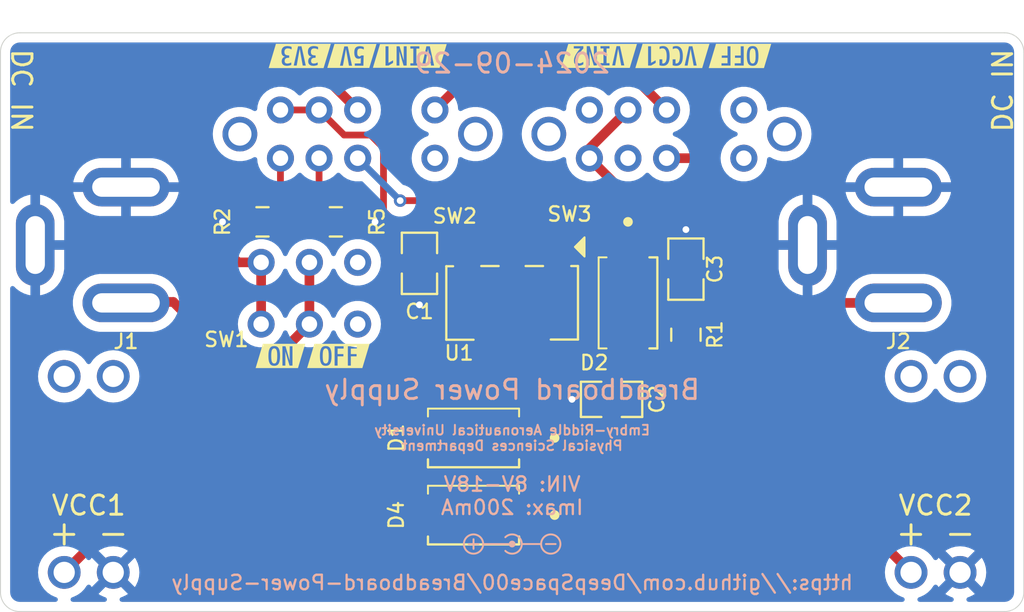
<source format=kicad_pcb>
(kicad_pcb (version 20240108) (generator "pcbnew") (generator_version "8.0")
  (title_block (title "Breadboard Power Supply") (date "2024-09-29") (comment 2 "PROTOTYPE") (comment 3 "2024"))
  (layers (0 "F.Cu" signal) (31 "B.Cu" signal) (34 "B.Paste" user) (35 "F.Paste" user) (36 "B.SilkS" user "B.Silkscreen") (37 "F.SilkS" user "F.Silkscreen") (38 "B.Mask" user) (39 "F.Mask" user) (44 "Edge.Cuts" user))
  (net 0 "")
  (net 1 "Net-(U1-IN)")
  (net 2 "GND")
  (net 3 "Net-(C2-Pad1)")
  (net 4 "/ADJ")
  (net 5 "VCC1")
  (net 6 "Net-(J2-Pad1)")
  (net 11 "VCC2")
  (net 12 "Net-(R2-Pad1)")
  (net 13 "/VIN1")
  (net 17 "Net-(J1-Pad1)")
  (net 21 "Net-(R5-Pad1)")
  (footprint "kibuzzard-66F9DAF8" (layer "F.Cu") (at 117.5 106.75)
    (property "Reference" "kibuzzard-66F9DAF8" (hide yes))
    (property "Value" "G***" (hide yes))
    (fp_poly (pts (xy -0.536301 -0.310274) (xy -0.584589 -0.373459) (xy -0.655479 -0.394521) (xy -0.72637 -0.373459) (xy -0.774658 -0.310274) (xy -0.795205 -0.238356) (xy -0.807534 -0.134932) (xy -0.811644 0) (xy -0.807534 0.134932) (xy -0.795205 0.238356) (xy -0.774658 0.310274) (xy -0.72637 0.373459) (xy -0.655479 0.394521) (xy -0.584589 0.373459) (xy -0.536301 0.310274) (xy -0.515753 0.238356) (xy -0.503425 0.134932) (xy -0.499315 0) (xy -0.503425 -0.134932) (xy -0.515753 -0.238356) (xy -0.536301 -0.310274)) (fill solid) (layer "F.SilkS"))
    (fp_poly (pts (xy -0.956849 -0.627854) (xy -1.242237 -0.627854) (xy -1.61895 0.627854) (xy -1.242237 0.627854) (xy -0.956849 0.627854) (xy -0.655479 0.627854) (xy -0.655479 0.513699) (xy -0.750685 0.502055) (xy -0.825342 0.467123) (xy -0.882021 0.403767) (xy -0.923288 0.306849) (xy -0.941933 0.222222) (xy -0.95312 0.119939) (xy -0.956849 0) (xy -0.95312 -0.119939) (xy -0.941933 -0.222222) (xy -0.923288 -0.306849) (xy -0.882021 -0.403767) (xy -0.825342 -0.467123) (xy -0.750685 -0.502055) (xy -0.655479 -0.513699) (xy -0.560274 -0.502055) (xy -0.485616 -0.467123) (xy -0.428938 -0.403767) (xy -0.387671 -0.306849) (xy -0.369026 -0.222222) (xy -0.357839 -0.119939) (xy -0.35411 0) (xy -0.357839 0.119939) (xy -0.369026 0.222222) (xy -0.387671 0.306849) (xy -0.428938 0.403767) (xy -0.485616 0.467123) (xy -0.560274 0.502055) (xy -0.655479 0.513699) (xy -0.655479 0.627854) (xy -0.040411 0.627854) (xy -0.040411 0.5) (xy -0.193836 0.5) (xy -0.193836 -0.5) (xy 0.271918 -0.5) (xy 0.271918 -0.380822) (xy -0.040411 -0.380822) (xy -0.040411 -0.09589) (xy 0.258219 -0.09589) (xy 0.258219 0.020548) (xy -0.040411 0.020548) (xy -0.040411 0.5) (xy -0.040411 0.627854) (xy 0.644521 0.627854) (xy 0.644521 0.5) (xy 0.491096 0.5) (xy 0.491096 -0.5) (xy 0.956849 -0.5) (xy 0.956849 -0.380822) (xy 0.644521 -0.380822) (xy 0.644521 -0.09589) (xy 0.943151 -0.09589) (xy 0.943151 0.020548) (xy 0.644521 0.020548) (xy 0.644521 0.5) (xy 0.644521 0.627854) (xy 0.956849 0.627854) (xy 1.242237 0.627854) (xy 1.61895 -0.627854) (xy 1.242237 -0.627854) (xy 0.956849 -0.627854) (xy -0.956849 -0.627854)) (fill solid) (layer "F.SilkS"))
  )
  (footprint "lib_fp:SMA" (layer "F.Cu") (at 132.5 104 -90)
    (property "Reference" "D2" (at 3.1 1.75 180) (layer "F.SilkS") (effects (font (size 0.75 0.75) (thickness 0.12))))
    (property "Value" "ES1B-13-F" (hide yes))
    (fp_line (start -2.36 1.52) (end -2.36 1.11) (stroke (width 0.1)) (layer "F.SilkS"))
    (fp_line (start 2.36 1.52) (end -2.36 1.52) (stroke (width 0.1)) (layer "F.SilkS"))
    (fp_line (start 2.36 1.11) (end 2.36 1.52) (stroke (width 0.1)) (layer "F.SilkS"))
    (fp_line (start -2.36 -1.52) (end -2.36 -1.11) (stroke (width 0.12)) (layer "F.SilkS"))
    (fp_line (start -2.36 -1.52) (end 2.36 -1.52) (stroke (width 0.12)) (layer "F.SilkS"))
    (fp_line (start 2.36 -1.52) (end 2.36 -1.11) (stroke (width 0.12)) (layer "F.SilkS"))
    (fp_circle (center -4.2 0) (end -4 0) (stroke (width 0.1)) (fill solid) (layer "F.SilkS"))
    (pad "1" smd rect (at -2 0 270) (size 2.5 1.7) (layers "F.Cu" "F.Paste" "F.Mask") (net 4 "/ADJ"))
    (pad "2" smd rect (at 2 0 270) (size 2.5 1.7) (layers "F.Cu" "F.Paste" "F.Mask") (net 3 "Net-(C2-Pad1)"))
  )
  (footprint "lib_fp:EG-1271" (layer "F.Cu") (at 116 103.5)
    (property "Reference" "SW1" (at -4.3 2.4 0) (layer "F.SilkS") (effects (font (size 0.75 0.75) (thickness 0.12))))
    (property "Value" "EG1271")
    (pad "1" thru_hole circle (at -2.5 -1.6) (size 1.4 1.4) (drill 0.8) (layers "*.Cu" "*.Mask") (net 13 "/VIN1"))
    (pad "2" thru_hole circle (at 0 -1.6) (size 1.4 1.4) (drill 0.8) (layers "*.Cu" "*.Mask") (net 17 "Net-(J1-Pad1)"))
    (pad "3" thru_hole circle (at 2.5 -1.6) (size 1.4 1.4) (drill 0.8) (layers "*.Cu" "*.Mask"))
    (pad "4" thru_hole circle (at -2.5 1.6) (size 1.4 1.4) (drill 0.8) (layers "*.Cu" "*.Mask") (net 13 "/VIN1"))
    (pad "5" thru_hole circle (at 0 1.6) (size 1.4 1.4) (drill 0.8) (layers "*.Cu" "*.Mask") (net 17 "Net-(J1-Pad1)"))
    (pad "6" thru_hole circle (at 2.5 1.6) (size 1.4 1.4) (drill 0.8) (layers "*.Cu" "*.Mask"))
  )
  (footprint "lib_fp:CAPC200X125X88L50N" (layer "F.Cu") (at 121.7 101.95 -90)
    (property "Reference" "C1" (at 2.5 0 0) (layer "F.SilkS") (effects (font (size 0.75 0.75) (thickness 0.12))))
    (property "Value" "100nF")
    (fp_line (start -1.588 0.913) (end -1.588 -0.913) (stroke (width 0.12)) (layer "F.SilkS"))
    (fp_line (start -0.529 0.913) (end -1.588 0.913) (stroke (width 0.12)) (layer "F.SilkS"))
    (fp_line (start 0.529 0.913) (end 1.588 0.913) (stroke (width 0.12)) (layer "F.SilkS"))
    (fp_line (start 1.588 0.913) (end 1.588 -0.913) (stroke (width 0.12)) (layer "F.SilkS"))
    (fp_line (start -1.588 -0.913) (end -0.529 -0.913) (stroke (width 0.12)) (layer "F.SilkS"))
    (fp_line (start 1.588 -0.913) (end 0.529 -0.913) (stroke (width 0.12)) (layer "F.SilkS"))
    (pad "1" smd rect (at -0.85 0 270) (size 1.115 1.465) (layers "F.Cu" "F.Paste" "F.Mask") (net 1 "Net-(U1-IN)"))
    (pad "2" smd rect (at 0.85 0 270) (size 1.115 1.465) (layers "F.Cu" "F.Paste" "F.Mask") (net 2 "GND"))
  )
  (footprint "lib_fp:SMA" (layer "F.Cu") (at 124.5 111 180)
    (property "Reference" "D1" (at 4 0 90) (layer "F.SilkS") (effects (font (size 0.75 0.75) (thickness 0.12))))
    (property "Value" "ES1B-13-F" (hide yes))
    (fp_line (start 2.36 1.52) (end -2.36 1.52) (stroke (width 0.1)) (layer "F.SilkS"))
    (fp_line (start 2.36 1.11) (end 2.36 1.52) (stroke (width 0.1)) (layer "F.SilkS"))
    (fp_line (start 2.36 -1.52) (end 2.36 -1.11) (stroke (width 0.12)) (layer "F.SilkS"))
    (fp_line (start -2.36 1.52) (end -2.36 1.11) (stroke (width 0.1)) (layer "F.SilkS"))
    (fp_line (start -2.36 -1.52) (end 2.36 -1.52) (stroke (width 0.12)) (layer "F.SilkS"))
    (fp_line (start -2.36 -1.52) (end -2.36 -1.11) (stroke (width 0.12)) (layer "F.SilkS"))
    (fp_circle (center -4.2 0) (end -4 0) (stroke (width 0.1)) (fill solid) (layer "F.SilkS"))
    (pad "1" smd rect (at -2 0 180) (size 2.5 1.7) (layers "F.Cu" "F.Paste" "F.Mask") (net 3 "Net-(C2-Pad1)"))
    (pad "2" smd rect (at 2 0 180) (size 2.5 1.7) (layers "F.Cu" "F.Paste" "F.Mask") (net 1 "Net-(U1-IN)"))
  )
  (footprint "lib_fp:EG-2315" (layer "F.Cu") (at 134.5 95.25 180)
    (property "Reference" "SW3" (at 6.25 -4.15 0) (layer "F.SilkS") (effects (font (size 0.75 0.75) (thickness 0.12)) (justify left)))
    (property "Value" "EG2315")
    (pad "" thru_hole circle (at -6.1 0 180) (size 1.8 1.8) (drill 1.2) (layers "*.Cu" "*.Mask"))
    (pad "" thru_hole circle (at 6.1 0 180) (size 1.8 1.8) (drill 1.2) (layers "*.Cu" "*.Mask"))
    (pad "1" thru_hole circle (at -4 1.25 180) (size 1.4 1.4) (drill 0.8) (layers "*.Cu" "*.Mask"))
    (pad "2" thru_hole circle (at 0 1.25 180) (size 1.4 1.4) (drill 0.8) (layers "*.Cu" "*.Mask") (net 5 "VCC1"))
    (pad "3" thru_hole circle (at 2 1.25 180) (size 1.4 1.4) (drill 0.8) (layers "*.Cu" "*.Mask") (net 11 "VCC2"))
    (pad "4" thru_hole circle (at 4 1.25 180) (size 1.4 1.4) (drill 0.8) (layers "*.Cu" "*.Mask"))
    (pad "5" thru_hole circle (at -4 -1.25 180) (size 1.4 1.4) (drill 0.8) (layers "*.Cu" "*.Mask"))
    (pad "6" thru_hole circle (at 0 -1.25 180) (size 1.4 1.4) (drill 0.8) (layers "*.Cu" "*.Mask") (net 6 "Net-(J2-Pad1)"))
    (pad "7" thru_hole circle (at 2 -1.25 180) (size 1.4 1.4) (drill 0.8) (layers "*.Cu" "*.Mask"))
    (pad "8" thru_hole circle (at 4 -1.25 180) (size 1.4 1.4) (drill 0.8) (layers "*.Cu" "*.Mask") (net 11 "VCC2"))
  )
  (footprint "lib_fp:RESC200X125X60L35_35N" (layer "F.Cu") (at 113.57 99.8 180)
    (property "Reference" "R2" (at 2.07 0 90) (layer "F.SilkS") (effects (font (size 0.75 0.75) (thickness 0.12))))
    (property "Value" "787R")
    (fp_line (start -0.315 0.76) (end 0.315 0.76) (stroke (width 0.12)) (layer "F.SilkS"))
    (fp_line (start -0.315 -0.76) (end 0.315 -0.76) (stroke (width 0.12)) (layer "F.SilkS"))
    (pad "1" smd rect (at -0.93 0 180) (size 0.87 1.42) (layers "F.Cu" "F.Paste" "F.Mask") (net 12 "Net-(R2-Pad1)"))
    (pad "2" smd rect (at 0.93 0 180) (size 0.87 1.42) (layers "F.Cu" "F.Paste" "F.Mask") (net 2 "GND"))
  )
  (footprint "lib_fp:kibuzzard-66F9CB51" (layer "F.Cu") (at 131 91.2 180)
    (property "Reference" "kibuzzard-66F9CB51" (hide yes))
    (property "Value" "G***" (hide yes))
    (fp_poly (pts (xy -1.306849 -0.621005) (xy -1.592237 -0.621005) (xy -1.96484 0.621005) (xy -1.592237 0.621005) (xy -1.306849 0.621005) (xy -0.906849 0.621005) (xy -0.906849 0.506849) (xy -1.084932 0.506849) (xy -1.306849 -0.493151) (xy -1.149315 -0.493151) (xy -0.993151 0.369863) (xy -0.991781 0.369863) (xy -0.835616 -0.493151) (xy -0.683562 -0.493151) (xy -0.906849 0.506849) (xy -0.906849 0.621005) (xy -0.076712 0.621005) (xy -0.076712 0.506849) (xy -0.542466 0.506849) (xy -0.542466 0.387671) (xy -0.389041 0.387671) (xy -0.389041 -0.373973) (xy -0.542466 -0.373973) (xy -0.542466 -0.493151) (xy -0.076712 -0.493151) (xy -0.076712 -0.373973) (xy -0.230137 -0.373973) (xy -0.230137 0.387671) (xy -0.076712 0.387671) (xy -0.076712 0.506849) (xy -0.076712 0.621005) (xy 0.115068 0.621005) (xy 0.115068 0.506849) (xy 0.115068 -0.493151) (xy 0.273973 -0.493151) (xy 0.487671 0.232877) (xy 0.491781 0.232877) (xy 0.491781 -0.493151) (xy 0.635616 -0.493151) (xy 0.635616 0.506849) (xy 0.482192 0.506849) (xy 0.268493 -0.219178) (xy 0.265753 -0.219178) (xy 0.265753 0.506849) (xy 0.115068 0.506849) (xy 0.115068 0.621005) (xy 1.306849 0.621005) (xy 1.306849 0.506849) (xy 0.813699 0.506849) (xy 0.813699 0.387671) (xy 0.901649 0.285435) (xy 0.976069 0.187727) (xy 1.036958 0.094549) (xy 1.084316 0.005899) (xy 1.118144 -0.078222) (xy 1.13844 -0.157814) (xy 1.145205 -0.232877) (xy 1.137842 -0.30274) (xy 1.115753 -0.350685) (xy 1.026027 -0.387671) (xy 0.961644 -0.378691) (xy 0.890868 -0.35175) (xy 0.813699 -0.306849) (xy 0.813699 -0.435616) (xy 0.889498 -0.47519) (xy 0.970776 -0.498935) (xy 1.057534 -0.506849) (xy 1.161473 -0.489897) (xy 1.237671 -0.439041) (xy 1.284418 -0.355308) (xy 1.3 -0.239726) (xy 1.2914 -0.152968) (xy 1.265601 -0.060731) (xy 1.222603 0.036986) (xy 1.177954 0.11524) (xy 1.121404 0.199315) (xy 1.052954 0.289212) (xy 0.972603 0.384932) (xy 0.972603 0.387671) (xy 1.306849 0.387671) (xy 1.306849 0.506849) (xy 1.306849 0.621005) (xy 1.592237 0.621005) (xy 1.96484 -0.621005) (xy 1.592237 -0.621005) (xy 1.306849 -0.621005) (xy -1.306849 -0.621005)) (fill solid) (layer "F.SilkS"))
  )
  (footprint "lib_fp:kibuzzard-66F9CB19" (layer "F.Cu") (at 121.2 91.2 180)
    (property "Reference" "kibuzzard-66F9CB19" (hide yes))
    (property "Value" "G***" (hide yes))
    (fp_poly (pts (xy -1.258219 -0.614155) (xy -1.543607 -0.614155) (xy -1.9121 0.614155) (xy -1.543607 0.614155) (xy -1.258219 0.614155) (xy -0.858219 0.614155) (xy -0.858219 0.5) (xy -1.036301 0.5) (xy -1.258219 -0.5) (xy -1.100685 -0.5) (xy -0.944521 0.363014) (xy -0.943151 0.363014) (xy -0.786986 -0.5) (xy -0.634932 -0.5) (xy -0.858219 0.5) (xy -0.858219 0.614155) (xy -0.028082 0.614155) (xy -0.028082 0.5) (xy -0.493836 0.5) (xy -0.493836 0.380822) (xy -0.340411 0.380822) (xy -0.340411 -0.380822) (xy -0.493836 -0.380822) (xy -0.493836 -0.5) (xy -0.028082 -0.5) (xy -0.028082 -0.380822) (xy -0.181507 -0.380822) (xy -0.181507 0.380822) (xy -0.028082 0.380822) (xy -0.028082 0.5) (xy -0.028082 0.614155) (xy 0.163699 0.614155) (xy 0.163699 0.5) (xy 0.163699 -0.5) (xy 0.322603 -0.5) (xy 0.536301 0.226027) (xy 0.540411 0.226027) (xy 0.540411 -0.5) (xy 0.684247 -0.5) (xy 0.684247 0.5) (xy 0.530822 0.5) (xy 0.317123 -0.226027) (xy 0.314384 -0.226027) (xy 0.314384 0.5) (xy 0.163699 0.5) (xy 0.163699 0.614155) (xy 1.104795 0.614155) (xy 1.104795 0.5) (xy 1.104795 -0.356164) (xy 1.102055 -0.357534) (xy 0.866438 -0.226027) (xy 0.866438 -0.360274) (xy 1.106164 -0.5) (xy 1.258219 -0.5) (xy 1.258219 0.5) (xy 1.104795 0.5) (xy 1.104795 0.614155) (xy 1.258219 0.614155) (xy 1.543607 0.614155) (xy 1.9121 -0.614155) (xy 1.543607 -0.614155) (xy 1.258219 -0.614155) (xy -1.258219 -0.614155)) (fill solid) (layer "F.SilkS"))
  )
  (footprint "lib_fp:CAPC200X125X88L50N" (layer "F.Cu") (at 135.5 102.25 90)
    (property "Reference" "C3" (at 0 1.5 90) (layer "F.SilkS") (effects (font (size 0.75 0.75) (thickness 0.12))))
    (property "Value" "10uF")
    (fp_line (start 1.588 -0.913) (end 0.529 -0.913) (stroke (width 0.12)) (layer "F.SilkS"))
    (fp_line (start -1.588 -0.913) (end -0.529 -0.913) (stroke (width 0.12)) (layer "F.SilkS"))
    (fp_line (start 1.588 0.913) (end 1.588 -0.913) (stroke (width 0.12)) (layer "F.SilkS"))
    (fp_line (start 0.529 0.913) (end 1.588 0.913) (stroke (width 0.12)) (layer "F.SilkS"))
    (fp_line (start -0.529 0.913) (end -1.588 0.913) (stroke (width 0.12)) (layer "F.SilkS"))
    (fp_line (start -1.588 0.913) (end -1.588 -0.913) (stroke (width 0.12)) (layer "F.SilkS"))
    (pad "1" smd rect (at -0.85 0 90) (size 1.115 1.465) (layers "F.Cu" "F.Paste" "F.Mask") (net 4 "/ADJ"))
    (pad "2" smd rect (at 0.85 0 90) (size 1.115 1.465) (layers "F.Cu" "F.Paste" "F.Mask") (net 2 "GND"))
  )
  (footprint "kibuzzard-66F9DAEC" (layer "F.Cu") (at 114.5 106.75)
    (property "Reference" "kibuzzard-66F9DAEC" (hide yes))
    (property "Value" "G***" (hide yes))
    (fp_poly (pts (xy -0.20274 -0.310274) (xy -0.251027 -0.373459) (xy -0.321918 -0.394521) (xy -0.392808 -0.373459) (xy -0.441096 -0.310274) (xy -0.461644 -0.238356) (xy -0.473973 -0.134932) (xy -0.478082 0) (xy -0.473973 0.134932) (xy -0.461644 0.238356) (xy -0.441096 0.310274) (xy -0.392808 0.373459) (xy -0.321918 0.394521) (xy -0.251027 0.373459) (xy -0.20274 0.310274) (xy -0.182192 0.238356) (xy -0.169863 0.134932) (xy -0.165753 0) (xy -0.169863 -0.134932) (xy -0.182192 -0.238356) (xy -0.20274 -0.310274)) (fill solid) (layer "F.SilkS"))
    (fp_poly (pts (xy -0.623288 -0.627854) (xy -0.908676 -0.627854) (xy -1.285388 0.627854) (xy -0.908676 0.627854) (xy -0.623288 0.627854) (xy -0.321918 0.627854) (xy -0.321918 0.513699) (xy -0.417123 0.502055) (xy -0.491781 0.467123) (xy -0.548459 0.403767) (xy -0.589726 0.306849) (xy -0.608371 0.222222) (xy -0.619559 0.119939) (xy -0.623288 0) (xy -0.619559 -0.119939) (xy -0.608371 -0.222222) (xy -0.589726 -0.306849) (xy -0.548459 -0.403767) (xy -0.491781 -0.467123) (xy -0.417123 -0.502055) (xy -0.321918 -0.513699) (xy -0.226712 -0.502055) (xy -0.152055 -0.467123) (xy -0.095377 -0.403767) (xy -0.05411 -0.306849) (xy -0.035464 -0.222222) (xy -0.024277 -0.119939) (xy -0.020548 0) (xy -0.024277 0.119939) (xy -0.035464 0.222222) (xy -0.05411 0.306849) (xy -0.095377 0.403767) (xy -0.152055 0.467123) (xy -0.226712 0.502055) (xy -0.321918 0.513699) (xy -0.321918 0.627854) (xy 0.10274 0.627854) (xy 0.10274 0.5) (xy 0.10274 -0.5) (xy 0.261644 -0.5) (xy 0.475342 0.226027) (xy 0.479452 0.226027) (xy 0.479452 -0.5) (xy 0.623288 -0.5) (xy 0.623288 0.5) (xy 0.469863 0.5) (xy 0.256164 -0.226027) (xy 0.253425 -0.226027) (xy 0.253425 0.5) (xy 0.10274 0.5) (xy 0.10274 0.627854) (xy 0.623288 0.627854) (xy 0.908676 0.627854) (xy 1.285388 -0.627854) (xy 0.908676 -0.627854) (xy 0.623288 -0.627854) (xy -0.623288 -0.627854)) (fill solid) (layer "F.SilkS"))
  )
  (footprint "lib_fp:RESC200X125X60L35_35N" (layer "F.Cu") (at 135.5 105.65 90)
    (property "Reference" "R1" (at 0 1.5 -90) (layer "F.SilkS") (effects (font (size 0.75 0.75) (thickness 0.12))))
    (property "Value" "240R")
    (fp_line (start -0.315 -0.76) (end 0.315 -0.76) (stroke (width 0.12)) (layer "F.SilkS"))
    (fp_line (start -0.315 0.76) (end 0.315 0.76) (stroke (width 0.12)) (layer "F.SilkS"))
    (pad "1" smd rect (at -0.93 0 90) (size 0.87 1.42) (layers "F.Cu" "F.Paste" "F.Mask") (net 3 "Net-(C2-Pad1)"))
    (pad "2" smd rect (at 0.93 0 90) (size 0.87 1.42) (layers "F.Cu" "F.Paste" "F.Mask") (net 4 "/ADJ"))
  )
  (footprint "lib_fp:PJ-002A" (layer "F.Cu") (at 106.5 101 -90)
    (property "Reference" "J1" (at 5 0 0) (layer "F.SilkS") (effects (font (size 0.75 0.75) (thickness 0.12))))
    (property "Value" "PJ-002A")
    (pad "1" thru_hole oval (at 3 0 270) (size 2 4.5) (drill oval 1 3.5) (layers "*.Cu" "*.Mask") (net 17 "Net-(J1-Pad1)"))
    (pad "2" thru_hole oval (at -3 0 270) (size 2 4.5) (drill oval 1 3.5) (layers "*.Cu" "*.Mask") (net 2 "GND"))
    (pad "3" thru_hole oval (at 0 4.7) (size 2 4.25) (drill oval 1 3) (layers "*.Cu" "*.Mask") (net 2 "GND"))
  )
  (footprint "lib_fp:EG-2315" (layer "F.Cu") (at 118.5 95.25 180)
    (property "Reference" "SW2" (at -6.25 -4.25 0) (layer "F.SilkS") (effects (font (size 0.75 0.75) (thickness 0.12)) (justify right)))
    (property "Value" "EG2315")
    (pad "" thru_hole circle (at -6.1 0 180) (size 1.8 1.8) (drill 1.2) (layers "*.Cu" "*.Mask"))
    (pad "" thru_hole circle (at 6.1 0 180) (size 1.8 1.8) (drill 1.2) (layers "*.Cu" "*.Mask"))
    (pad "1" thru_hole circle (at -4 1.25 180) (size 1.4 1.4) (drill 0.8) (layers "*.Cu" "*.Mask") (net 5 "VCC1"))
    (pad "2" thru_hole circle (at 0 1.25 180) (size 1.4 1.4) (drill 0.8) (layers "*.Cu" "*.Mask") (net 13 "/VIN1"))
    (pad "3" thru_hole circle (at 2 1.25 180) (size 1.4 1.4) (drill 0.8) (layers "*.Cu" "*.Mask") (net 1 "Net-(U1-IN)"))
    (pad "4" thru_hole circle (at 4 1.25 180) (size 1.4 1.4) (drill 0.8) (layers "*.Cu" "*.Mask") (net 1 "Net-(U1-IN)"))
    (pad "5" thru_hole circle (at -4 -1.25 180) (size 1.4 1.4) (drill 0.8) (layers "*.Cu" "*.Mask"))
    (pad "6" thru_hole circle (at 0 -1.25 180) (size 1.4 1.4) (drill 0.8) (layers "*.Cu" "*.Mask") (net 4 "/ADJ"))
    (pad "7" thru_hole circle (at 2 -1.25 180) (size 1.4 1.4) (drill 0.8) (layers "*.Cu" "*.Mask") (net 21 "Net-(R5-Pad1)"))
    (pad "8" thru_hole circle (at 4 -1.25 180) (size 1.4 1.4) (drill 0.8) (layers "*.Cu" "*.Mask") (net 12 "Net-(R2-Pad1)"))
  )
  (footprint "lib_fp:SOT223-4" (layer "F.Cu") (at 126.5 104 180)
    (property "Reference" "U1" (at 2.75 -2.6 0) (layer "F.SilkS") (effects (font (size 0.75 0.75) (thickness 0.12))))
    (property "Value" "LM317M" (hide yes))
    (fp_line (start 3.41 1.9) (end 3.06 1.9) (stroke (width 0.12)) (layer "F.SilkS"))
    (fp_line (start 3.41 -1.91) (end 3.41 1.9) (stroke (width 0.12)) (layer "F.SilkS"))
    (fp_line (start 2 -1.91) (end 3.41 -1.91) (stroke (width 0.12)) (layer "F.SilkS"))
    (fp_line (start 0.7 1.91) (end 1.6 1.91) (stroke (width 0.12)) (layer "F.SilkS"))
    (fp_line (start -1.6 1.91) (end -0.7 1.91) (stroke (width 0.12)) (layer "F.SilkS"))
    (fp_line (start -3.41 1.91) (end -3.06 1.91) (stroke (width 0.12)) (layer "F.SilkS"))
    (fp_line (start -3.41 -1.9) (end -2 -1.9) (stroke (width 0.12)) (layer "F.SilkS"))
    (fp_line (start -3.41 -1.9) (end -3.41 1.91) (stroke (width 0.12)) (layer "F.SilkS"))
    (fp_poly (pts (xy -3.75 2.4) (xy -3.75 3.4) (xy -3.25 2.9)) (stroke (width 0.1)) (fill solid) (layer "F.SilkS"))
    (pad "1" smd rect (at -2.3 2.9 180) (size 0.95 2.15) (layers "F.Cu" "F.Paste" "F.Mask") (net 4 "/ADJ"))
    (pad "2" smd rect (at 0 2.9 180) (size 0.95 2.15) (layers "F.Cu" "F.Paste" "F.Mask") (net 3 "Net-(C2-Pad1)"))
    (pad "3" smd rect (at 2.3 2.9 180) (size 0.95 2.15) (layers "F.Cu" "F.Paste" "F.Mask") (net 1 "Net-(U1-IN)"))
    (pad "4" smd rect (at 0 -2.9 180) (size 3.25 2.15) (layers "F.Cu" "F.Paste" "F.Mask") (net 3 "Net-(C2-Pad1)"))
  )
  (footprint "lib_fp:RESC200X125X60L35_35N" (layer "F.Cu") (at 117.37 99.8)
    (property "Reference" "R5" (at 2.13 0 90) (layer "F.SilkS") (effects (font (size 0.75 0.75) (thickness 0.12))))
    (property "Value" "464R")
    (fp_line (start -0.315 -0.76) (end 0.315 -0.76) (stroke (width 0.12)) (layer "F.SilkS"))
    (fp_line (start -0.315 0.76) (end 0.315 0.76) (stroke (width 0.12)) (layer "F.SilkS"))
    (pad "1" smd rect (at -0.93 0) (size 0.87 1.42) (layers "F.Cu" "F.Paste" "F.Mask") (net 21 "Net-(R5-Pad1)"))
    (pad "2" smd rect (at 0.93 0) (size 0.87 1.42) (layers "F.Cu" "F.Paste" "F.Mask") (net 2 "GND"))
  )
  (footprint "lib_fp:kibuzzard-66F9CBA3" (layer "F.Cu") (at 134.8 91.2 180)
    (property "Reference" "kibuzzard-66F9CBA3" (hide yes))
    (property "Value" "G***" (hide yes))
    (fp_poly (pts (xy -1.258219 -0.627854) (xy -1.543607 -0.627854) (xy -1.92032 0.627854) (xy -1.543607 0.627854) (xy -1.258219 0.627854) (xy -0.858219 0.627854) (xy -0.858219 0.5) (xy -1.036301 0.5) (xy -1.258219 -0.5) (xy -1.100685 -0.5) (xy -0.944521 0.363014) (xy -0.943151 0.363014) (xy -0.786986 -0.5) (xy -0.634932 -0.5) (xy -0.858219 0.5) (xy -0.858219 0.627854) (xy -0.195205 0.627854) (xy -0.195205 0.513699) (xy -0.276434 0.505458) (xy -0.346832 0.480736) (xy -0.4064 0.439533) (xy -0.455137 0.381849) (xy -0.493044 0.307684) (xy -0.52012 0.217038) (xy -0.536366 0.10991) (xy -0.541781 -0.013699) (xy -0.53643 -0.130886) (xy -0.520377 -0.232449) (xy -0.493622 -0.318386) (xy -0.456164 -0.388699) (xy -0.408005 -0.443386) (xy -0.349144 -0.482449) (xy -0.27958 -0.505886) (xy -0.199315 -0.513699) (xy -0.101712 -0.506164) (xy -0.014384 -0.483562) (xy -0.014384 -0.173973) (xy -0.160959 -0.173973) (xy -0.160959 -0.387671) (xy -0.192466 -0.393151) (xy -0.253158 -0.38261) (xy -0.302816 -0.350989) (xy -0.341438 -0.298288) (xy -0.369026 -0.224505) (xy -0.385578 -0.129642) (xy -0.391096 -0.013699) (xy -0.385008 0.111454) (xy -0.366743 0.213851) (xy -0.336301 0.293493) (xy -0.293683 0.350381) (xy -0.238889 0.384513) (xy -0.171918 0.39589) (xy -0.099315 0.385274) (xy -0.021233 0.353425) (xy -0.021233 0.479452) (xy -0.103767 0.505137) (xy -0.195205 0.513699) (xy -0.195205 0.627854) (xy 0.489726 0.627854) (xy 0.489726 0.513699) (xy 0.408497 0.505458) (xy 0.338099 0.480736) (xy 0.278532 0.439533) (xy 0.229795 0.381849) (xy 0.191888 0.307684) (xy 0.164812 0.217038) (xy 0.148566 0.10991) (xy 0.143151 -0.013699) (xy 0.148502 -0.130886) (xy 0.164555 -0.232449) (xy 0.19131 -0.318386) (xy 0.228767 -0.388699) (xy 0.276926 -0.443386) (xy 0.335788 -0.482449) (xy 0.405351 -0.505886) (xy 0.485616 -0.513699) (xy 0.583219 -0.506164) (xy 0.670548 -0.483562) (xy 0.670548 -0.173973) (xy 0.523973 -0.173973) (xy 0.523973 -0.387671) (xy 0.492466 -0.393151) (xy 0.431773 -0.38261) (xy 0.382116 -0.350989) (xy 0.343493 -0.298288) (xy 0.315906 -0.224505) (xy 0.299353 -0.129642) (xy 0.293836 -0.013699) (xy 0.299924 0.111454) (xy 0.318189 0.213851) (xy 0.34863 0.293493) (xy 0.391248 0.350381) (xy 0.446043 0.384513) (xy 0.513014 0.39589) (xy 0.585616 0.385274) (xy 0.663699 0.353425) (xy 0.663699 0.479452) (xy 0.581164 0.505137) (xy 0.489726 0.513699) (xy 0.489726 0.627854) (xy 1.104795 0.627854) (xy 1.104795 0.5) (xy 1.104795 -0.356164) (xy 1.102055 -0.357534) (xy 0.866438 -0.226027) (xy 0.866438 -0.360274) (xy 1.106164 -0.5) (xy 1.258219 -0.5) (xy 1.258219 0.5) (xy 1.104795 0.5) (xy 1.104795 0.627854) (xy 1.258219 0.627854) (xy 1.543607 0.627854) (xy 1.92032 -0.627854) (xy 1.543607 -0.627854) (xy 1.258219 -0.627854) (xy -1.258219 -0.627854)) (fill solid) (layer "F.SilkS"))
  )
  (footprint "lib_fp:PJ-002A" (layer "F.Cu") (at 146.5 101 -90)
    (property "Reference" "J2" (at 5 0 0) (layer "F.SilkS") (effects (font (size 0.75 0.75) (thickness 0.12))))
    (property "Value" "PJ-002A")
    (pad "1" thru_hole oval (at 3 0 270) (size 2 4.5) (drill oval 1 3.5) (layers "*.Cu" "*.Mask") (net 6 "Net-(J2-Pad1)"))
    (pad "2" thru_hole oval (at -3 0 270) (size 2 4.5) (drill oval 1 3.5) (layers "*.Cu" "*.Mask") (net 2 "GND"))
    (pad "3" thru_hole oval (at 0 4.7) (size 2 4.25) (drill oval 1 3) (layers "*.Cu" "*.Mask") (net 2 "GND"))
  )
  (footprint "lib_fp:kibuzzard-66F9CABE" (layer "F.Cu") (at 115.5 91.2 180)
    (property "Reference" "kibuzzard-66F9CABE" (hide yes))
    (property "Value" "G***" (hide yes))
    (fp_poly (pts (xy -0.94863 -0.627854) (xy -1.234018 -0.627854) (xy -1.610731 0.627854) (xy -1.234018 0.627854) (xy -0.94863 0.627854) (xy -0.729452 0.627854) (xy -0.729452 0.513699) (xy -0.841096 0.50274) (xy -0.94863 0.469863) (xy -0.94863 0.338356) (xy -0.848973 0.380479) (xy -0.74726 0.394521) (xy -0.671747 0.382705) (xy -0.617808 0.34726) (xy -0.585445 0.288185) (xy -0.574658 0.205479) (xy -0.586986 0.124144) (xy -0.623973 0.069178) (xy -0.691096 0.037842) (xy -0.793836 0.027397) (xy -0.821233 0.027397) (xy -0.821233 -0.093151) (xy -0.793836 -0.093151) (xy -0.698288 -0.103425) (xy -0.633562 -0.134247) (xy -0.596575 -0.187329) (xy -0.584247 -0.264384) (xy -0.600076 -0.337443) (xy -0.647565 -0.381279) (xy -0.726712 -0.39589) (xy -0.823288 -0.381507) (xy -0.929452 -0.338356) (xy -0.929452 -0.465753) (xy -0.850304 -0.49239) (xy -0.773592 -0.508371) (xy -0.699315 -0.513699) (xy -0.586644 -0.498459) (xy -0.503425 -0.45274) (xy -0.452055 -0.379966) (xy -0.434932 -0.283562) (xy -0.445205 -0.195805) (xy -0.476027 -0.125685) (xy -0.527397 -0.073202) (xy -0.599315 -0.038356) (xy -0.599315 -0.036986) (xy -0.521404 -0.008562) (xy -0.465753 0.042466) (xy -0.432363 0.116096) (xy -0.421233 0.212329) (xy -0.429795 0.304414) (xy -0.455479 0.379756) (xy -0.498288 0.438356) (xy -0.558219 0.480213) (xy -0.635274 0.505327) (xy -0.729452 0.513699) (xy -0.729452 0.627854) (xy 0.088356 0.627854) (xy 0.088356 0.5) (xy -0.089726 0.5) (xy -0.311644 -0.5) (xy -0.15411 -0.5) (xy 0.002055 0.363014) (xy 0.003425 0.363014) (xy 0.159589 -0.5) (xy 0.311644 -0.5) (xy 0.088356 0.5) (xy 0.088356 0.627854) (xy 0.640411 0.627854) (xy 0.640411 0.513699) (xy 0.528767 0.50274) (xy 0.421233 0.469863) (xy 0.421233 0.338356) (xy 0.52089 0.380479) (xy 0.622603 0.394521) (xy 0.698116 0.382705) (xy 0.752055 0.34726) (xy 0.784418 0.288185) (xy 0.795205 0.205479) (xy 0.782877 0.124144) (xy 0.74589 0.069178) (xy 0.678767 0.037842) (xy 0.576027 0.027397) (xy 0.54863 0.027397) (xy 0.54863 -0.093151) (xy 0.576027 -0.093151) (xy 0.671575 -0.103425) (xy 0.736301 -0.134247) (xy 0.773288 -0.187329) (xy 0.785616 -0.264384) (xy 0.769787 -0.337443) (xy 0.722298 -0.381279) (xy 0.643151 -0.39589) (xy 0.546575 -0.381507) (xy 0.440411 -0.338356) (xy 0.440411 -0.465753) (xy 0.519559 -0.49239) (xy 0.596271 -0.508371) (xy 0.670548 -0.513699) (xy 0.783219 -0.498459) (xy 0.866438 -0.45274) (xy 0.917808 -0.379966) (xy 0.934932 -0.283562) (xy 0.924658 -0.195805) (xy 0.893836 -0.125685) (xy 0.842466 -0.073202) (xy 0.770548 -0.038356) (xy 0.770548 -0.036986) (xy 0.848459 -0.008562) (xy 0.90411 0.042466) (xy 0.9375 0.116096) (xy 0.94863 0.212329) (xy 0.940068 0.304414) (xy 0.914384 0.379756) (xy 0.871575 0.438356) (xy 0.811644 0.480213) (xy 0.734589 0.505327) (xy 0.640411 0.513699) (xy 0.640411 0.627854) (xy 0.94863 0.627854) (xy 1.234018 0.627854) (xy 1.610731 -0.627854) (xy 1.234018 -0.627854) (xy 0.94863 -0.627854) (xy -0.94863 -0.627854)) (fill solid) (layer "F.SilkS"))
  )
  (footprint "lib_fp:CAPC200X125X88L50N" (layer "F.Cu") (at 131.65 109 180)
    (property "Reference" "C2" (at -2.35 0 90) (layer "F.SilkS") (effects (font (size 0.75 0.75) (thickness 0.12))))
    (property "Value" "1uF")
    (fp_line (start 1.588 0.913) (end 1.588 -0.913) (stroke (width 0.12)) (layer "F.SilkS"))
    (fp_line (start 1.588 -0.913) (end 0.529 -0.913) (stroke (width 0.12)) (layer "F.SilkS"))
    (fp_line (start 0.529 0.913) (end 1.588 0.913) (stroke (width 0.12)) (layer "F.SilkS"))
    (fp_line (start -0.529 0.913) (end -1.588 0.913) (stroke (width 0.12)) (layer "F.SilkS"))
    (fp_line (start -1.588 0.913) (end -1.588 -0.913) (stroke (width 0.12)) (layer "F.SilkS"))
    (fp_line (start -1.588 -0.913) (end -0.529 -0.913) (stroke (width 0.12)) (layer "F.SilkS"))
    (pad "1" smd rect (at -0.85 0 180) (size 1.115 1.465) (layers "F.Cu" "F.Paste" "F.Mask") (net 3 "Net-(C2-Pad1)"))
    (pad "2" smd rect (at 0.85 0 180) (size 1.115 1.465) (layers "F.Cu" "F.Paste" "F.Mask") (net 2 "GND"))
  )
  (footprint "lib_fp:SMA" (layer "F.Cu") (at 124.5 115 180)
    (property "Reference" "D4" (at 4 0 90) (layer "F.SilkS") (effects (font (size 0.75 0.75) (thickness 0.12))))
    (property "Value" "B140-13-F" (hide yes))
    (fp_line (start 2.36 1.52) (end -2.36 1.52) (stroke (width 0.1)) (layer "F.SilkS"))
    (fp_line (start 2.36 1.11) (end 2.36 1.52) (stroke (width 0.1)) (layer "F.SilkS"))
    (fp_line (start 2.36 -1.52) (end 2.36 -1.11) (stroke (width 0.12)) (layer "F.SilkS"))
    (fp_line (start -2.36 1.52) (end -2.36 1.11) (stroke (width 0.1)) (layer "F.SilkS"))
    (fp_line (start -2.36 -1.52) (end 2.36 -1.52) (stroke (width 0.12)) (layer "F.SilkS"))
    (fp_line (start -2.36 -1.52) (end -2.36 -1.11) (stroke (width 0.12)) (layer "F.SilkS"))
    (fp_circle (center -4.2 0) (end -4 0) (stroke (width 0.1)) (fill solid) (layer "F.SilkS"))
    (pad "1" smd rect (at -2 0 180) (size 2.5 1.7) (layers "F.Cu" "F.Paste" "F.Mask") (net 3 "Net-(C2-Pad1)"))
    (pad "2" smd rect (at 2 0 180) (size 2.5 1.7) (layers "F.Cu" "F.Paste" "F.Mask") (net 5 "VCC1"))
  )
  (footprint "lib_fp:kibuzzard-66F9CAB2" (layer "F.Cu") (at 118.2 91.2 180)
    (property "Reference" "kibuzzard-66F9CAB2" (hide yes))
    (property "Value" "G***" (hide yes))
    (fp_poly (pts (xy -0.616438 -0.621005) (xy -0.901826 -0.621005) (xy -1.274429 0.621005) (xy -0.901826 0.621005) (xy -0.616438 0.621005) (xy -0.420548 0.621005) (xy -0.420548 0.506849) (xy -0.52226 0.496575) (xy -0.616438 0.465753) (xy -0.616438 0.335616) (xy -0.522945 0.374658) (xy -0.431507 0.387671) (xy -0.361644 0.375856) (xy -0.313699 0.340411) (xy -0.285959 0.275514) (xy -0.276712 0.175342) (xy -0.283219 0.080308) (xy -0.30274 0.017123) (xy -0.383562 -0.030137) (xy -0.435959 -0.016438) (xy -0.483562 0.024658) (xy -0.609589 0.024658) (xy -0.59589 -0.506849) (xy -0.150685 -0.506849) (xy -0.150685 -0.389041) (xy -0.456164 -0.389041) (xy -0.465753 -0.112329) (xy -0.463014 -0.112329) (xy -0.407534 -0.138014) (xy -0.342466 -0.146575) (xy -0.263562 -0.133699) (xy -0.202192 -0.095068) (xy -0.158356 -0.030685) (xy -0.132055 0.059452) (xy -0.123288 0.175342) (xy -0.131202 0.282801) (xy -0.154947 0.367732) (xy -0.194521 0.430137) (xy -0.251294 0.472755) (xy -0.326636 0.498326) (xy -0.420548 0.506849) (xy -0.420548 0.621005) (xy 0.393151 0.621005) (xy 0.393151 0.493151) (xy 0.215068 0.493151) (xy -0.006849 -0.506849) (xy 0.150685 -0.506849) (xy 0.306849 0.356164) (xy 0.308219 0.356164) (xy 0.464384 -0.506849) (xy 0.616438 -0.506849) (xy 0.393151 0.493151) (xy 0.393151 0.621005) (xy 0.616438 0.621005) (xy 0.901826 0.621005) (xy 1.274429 -0.621005) (xy 0.901826 -0.621005) (xy 0.616438 -0.621005) (xy -0.616438 -0.621005)) (fill solid) (layer "F.SilkS"))
  )
  (footprint "lib_fp:kibuzzard-66F9CB3C" (layer "F.Cu") (at 138.3 91.2 180)
    (property "Reference" "kibuzzard-66F9CB3C" (hide yes))
    (property "Value" "G***" (hide yes))
    (fp_poly (pts (xy -0.536301 -0.310274) (xy -0.584589 -0.373459) (xy -0.655479 -0.394521) (xy -0.72637 -0.373459) (xy -0.774658 -0.310274) (xy -0.795205 -0.238356) (xy -0.807534 -0.134932) (xy -0.811644 0) (xy -0.807534 0.134932) (xy -0.795205 0.238356) (xy -0.774658 0.310274) (xy -0.72637 0.373459) (xy -0.655479 0.394521) (xy -0.584589 0.373459) (xy -0.536301 0.310274) (xy -0.515753 0.238356) (xy -0.503425 0.134932) (xy -0.499315 0) (xy -0.503425 -0.134932) (xy -0.515753 -0.238356) (xy -0.536301 -0.310274)) (fill solid) (layer "F.SilkS"))
    (fp_poly (pts (xy -0.956849 -0.627854) (xy -1.242237 -0.627854) (xy -1.61895 0.627854) (xy -1.242237 0.627854) (xy -0.956849 0.627854) (xy -0.655479 0.627854) (xy -0.655479 0.513699) (xy -0.750685 0.502055) (xy -0.825342 0.467123) (xy -0.882021 0.403767) (xy -0.923288 0.306849) (xy -0.941933 0.222222) (xy -0.95312 0.119939) (xy -0.956849 0) (xy -0.95312 -0.119939) (xy -0.941933 -0.222222) (xy -0.923288 -0.306849) (xy -0.882021 -0.403767) (xy -0.825342 -0.467123) (xy -0.750685 -0.502055) (xy -0.655479 -0.513699) (xy -0.560274 -0.502055) (xy -0.485616 -0.467123) (xy -0.428938 -0.403767) (xy -0.387671 -0.306849) (xy -0.369026 -0.222222) (xy -0.357839 -0.119939) (xy -0.35411 0) (xy -0.357839 0.119939) (xy -0.369026 0.222222) (xy -0.387671 0.306849) (xy -0.428938 0.403767) (xy -0.485616 0.467123) (xy -0.560274 0.502055) (xy -0.655479 0.513699) (xy -0.655479 0.627854) (xy -0.040411 0.627854) (xy -0.040411 0.5) (xy -0.193836 0.5) (xy -0.193836 -0.5) (xy 0.271918 -0.5) (xy 0.271918 -0.380822) (xy -0.040411 -0.380822) (xy -0.040411 -0.09589) (xy 0.258219 -0.09589) (xy 0.258219 0.020548) (xy -0.040411 0.020548) (xy -0.040411 0.5) (xy -0.040411 0.627854) (xy 0.644521 0.627854) (xy 0.644521 0.5) (xy 0.491096 0.5) (xy 0.491096 -0.5) (xy 0.956849 -0.5) (xy 0.956849 -0.380822) (xy 0.644521 -0.380822) (xy 0.644521 -0.09589) (xy 0.943151 -0.09589) (xy 0.943151 0.020548) (xy 0.644521 0.020548) (xy 0.644521 0.5) (xy 0.644521 0.627854) (xy 0.956849 0.627854) (xy 1.242237 0.627854) (xy 1.61895 -0.627854) (xy 1.242237 -0.627854) (xy 0.956849 -0.627854) (xy -0.956849 -0.627854)) (fill solid) (layer "F.SilkS"))
  )
  (footprint "lib_fp:conn_01x02_254" (layer "B.Cu") (at 148.43 117.97)
    (property "Reference" "J6" (hide yes))
    (property "Value" "TSW-102-07-F-S")
    (pad "1" thru_hole circle (at -1.27 0) (size 1.7 1.7) (drill 1.1) (layers "*.Cu" "*.Mask") (net 11 "VCC2"))
    (pad "2" thru_hole circle (at 1.27 0) (size 1.7 1.7) (drill 1.1) (layers "*.Cu" "*.Mask") (net 2 "GND"))
  )
  (footprint "lib_fp:conn_01x02_254" (layer "B.Cu") (at 104.57 107.81 180)
    (property "Reference" "J3" (hide yes))
    (property "Value" "TSW-102-07-F-S")
    (pad "1" thru_hole circle (at -1.27 0 180) (size 1.7 1.7) (drill 1.1) (layers "*.Cu" "*.Mask"))
    (pad "2" thru_hole circle (at 1.27 0 180) (size 1.7 1.7) (drill 1.1) (layers "*.Cu" "*.Mask"))
  )
  (footprint "lib_fp:conn_01x02_254" (layer "B.Cu") (at 104.57 117.97)
    (property "Reference" "J4" (hide yes))
    (property "Value" "TSW-102-07-F-S")
    (pad "1" thru_hole circle (at -1.27 0) (size 1.7 1.7) (drill 1.1) (layers "*.Cu" "*.Mask") (net 5 "VCC1"))
    (pad "2" thru_hole circle (at 1.27 0) (size 1.7 1.7) (drill 1.1) (layers "*.Cu" "*.Mask") (net 2 "GND"))
  )
  (footprint "lib_fp:conn_01x02_254" (layer "B.Cu") (at 148.43 107.81 180)
    (property "Reference" "J5" (hide yes))
    (property "Value" "TSW-102-07-F-S")
    (pad "1" thru_hole circle (at -1.27 0 180) (size 1.7 1.7) (drill 1.1) (layers "*.Cu" "*.Mask"))
    (pad "2" thru_hole circle (at 1.27 0 180) (size 1.7 1.7) (drill 1.1) (layers "*.Cu" "*.Mask"))
  )
  (gr_line (start 126.5 116.5) (end 125 116.5) (stroke (width 0.1)) (layer "B.SilkS"))
  (gr_line (start 127 116.5) (end 128 116.5) (stroke (width 0.1)) (layer "B.SilkS"))
  (gr_circle (center 124.5 116.5) (end 124.5 117) (stroke (width 0.1)) (fill none) (layer "B.SilkS"))
  (gr_line (start 128.25 116.5) (end 128.75 116.5) (stroke (width 0.1)) (layer "B.SilkS"))
  (gr_arc (start 126.146447 116.146447) (mid 126.999999 116.5) (end 126.146447 116.853553) (stroke (width 0.1)) (layer "B.SilkS"))
  (gr_line (start 124.25 116.5) (end 124.75 116.5) (stroke (width 0.1)) (layer "B.SilkS"))
  (gr_circle (center 128.5 116.5) (end 128.5 116) (stroke (width 0.1)) (fill none) (layer "B.SilkS"))
  (gr_circle (center 126.5 116.5) (end 126.625 116.5) (stroke (width 0.1)) (fill solid) (layer "B.SilkS"))
  (gr_line (start 124.5 116.25) (end 124.5 116.75) (stroke (width 0.1)) (layer "B.SilkS"))
  (gr_line (start 146.66 116) (end 147.66 116) (stroke (width 0.15)) (layer "F.SilkS"))
  (gr_line (start 149.2 116) (end 150.2 116) (stroke (width 0.15)) (layer "F.SilkS"))
  (gr_line (start 102.8 116) (end 103.8 116) (stroke (width 0.15)) (layer "F.SilkS"))
  (gr_line (start 147.16 116.5) (end 147.16 115.5) (stroke (width 0.15)) (layer "F.SilkS"))
  (gr_line (start 105.34 116) (end 106.34 116) (stroke (width 0.15)) (layer "F.SilkS"))
  (gr_line (start 103.3 116.5) (end 103.3 115.5) (stroke (width 0.15)) (layer "F.SilkS"))
  (gr_line (start 101 90) (end 152 90) (stroke (width 0.05)) (layer "Edge.Cuts"))
  (gr_arc (start 152 90) (mid 152.707107 90.292893) (end 153 91) (stroke (width 0.05)) (layer "Edge.Cuts"))
  (gr_arc (start 101 120) (mid 100.292893 119.707107) (end 100 119) (stroke (width 0.05)) (layer "Edge.Cuts"))
  (gr_line (start 152 120) (end 101 120) (stroke (width 0.05)) (layer "Edge.Cuts"))
  (gr_arc (start 100 91) (mid 100.292893 90.292893) (end 101 90) (stroke (width 0.05)) (layer "Edge.Cuts"))
  (gr_line (start 100 119) (end 100 91) (stroke (width 0.05)) (layer "Edge.Cuts"))
  (gr_arc (start 153 119) (mid 152.707107 119.707107) (end 152 120) (stroke (width 0.05)) (layer "Edge.Cuts"))
  (gr_line (start 153 91) (end 153 119) (stroke (width 0.05)) (layer "Edge.Cuts"))
  (gr_text "2024-09-29" (at 126.5 91 0) (layer "B.SilkS") (effects (font (size 1 1)) (justify top mirror)))
  (gr_text "Embry-Riddle Aeronautical University\nPhysical Sciences Department" (at 126.5 111 0) (layer "B.SilkS") (effects (font (size 0.5 0.5) (thickness 0.1) (bold yes)) (justify mirror)))
  (gr_text "Breadboard Power Supply" (at 126.5 108.5 0) (layer "B.SilkS") (effects (font (size 1 1)) (justify mirror)))
  (gr_text "https://github.com/DeepSpace00/Breadboard-Power-Supply" (at 126.5 118.5 0) (layer "B.SilkS") (effects (font (size 0.75 0.75) (thickness 0.12)) (justify mirror)))
  (gr_text "VIN: 8V-18V\nImax: 200mA" (at 126.5 114 0) (layer "B.SilkS") (effects (font (size 0.75 0.75) (thickness 0.12)) (justify mirror)))
  (gr_text "DC IN" (at 152.5 90.75 90) (layer "F.SilkS") (effects (font (size 1 1)) (justify right bottom)))
  (gr_text "DC IN" (at 100.5 90.75 270) (layer "F.SilkS") (effects (font (size 1 1)) (justify left bottom)))
  (gr_text "VCC2" (at 148.43 114.5 0) (layer "F.SilkS") (effects (font (size 1 1))))
  (gr_text "VCC1" (at 104.57 114.5 0) (layer "F.SilkS") (effects (font (size 1 1))))
  (segment (start 119.17028 95.3) (end 117.8 95.3) (width 0.35) (layer "F.Cu") (net 1))
  (segment (start 116.5 94) (end 116.5 94.1) (width 0.2) (layer "F.Cu") (net 1))
  (segment (start 121.7 101.1) (end 119.8375 99.2375) (width 0.35) (layer "F.Cu") (net 1))
  (segment (start 119.8375 99.2375) (end 119.8375 95.96722) (width 0.35) (layer "F.Cu") (net 1))
  (segment (start 124.2 101.1) (end 121.7 101.1) (width 0.5) (layer "F.Cu") (net 1))
  (segment (start 119.8375 95.96722) (end 119.17028 95.3) (width 0.35) (layer "F.Cu") (net 1))
  (segment (start 114.5 94) (end 116.5 94) (width 0.35) (layer "F.Cu") (net 1))
  (segment (start 122.5 111) (end 122.6 111) (width 0.5) (layer "F.Cu") (net 1))
  (segment (start 117.8 95.3) (end 116.5 94) (width 0.35) (layer "F.Cu") (net 1))
  (segment (start 121.55 101.1) (end 121.7 101.1) (width 0.2) (layer "F.Cu") (net 1))
  (segment (start 122.6 111) (end 124.2 109.4) (width 0.5) (layer "F.Cu") (net 1))
  (segment (start 124.2 109.4) (end 124.2 101.1) (width 0.5) (layer "F.Cu") (net 1))
  (segment (start 130.8 109) (end 129.6 109) (width 0.35) (layer "F.Cu") (net 2))
  (segment (start 112.64 99.8) (end 111.5 99.8) (width 0.35) (layer "F.Cu") (net 2))
  (segment (start 121.7 102.8) (end 121.7 104.1) (width 0.35) (layer "F.Cu") (net 2))
  (segment (start 118.36 99.8) (end 119.4 99.8) (width 0.35) (layer "F.Cu") (net 2))
  (segment (start 135.5 101.4) (end 135.5 100.2) (width 0.35) (layer "F.Cu") (net 2))
  (via (at 111.5 99.8) (size 0.65) (drill 0.35) (layers "F.Cu" "B.Cu") (net 2))
  (via (at 135.5 100.2) (size 0.65) (drill 0.35) (layers "F.Cu" "B.Cu") (net 2))
  (via (at 129.6 109) (size 0.65) (drill 0.35) (layers "F.Cu" "B.Cu") (net 2))
  (via (at 119.4 99.8) (size 0.65) (drill 0.35) (layers "F.Cu" "B.Cu") (net 2))
  (via (at 121.7 104.1) (size 0.65) (drill 0.35) (layers "F.Cu" "B.Cu") (net 2))
  (segment (start 132.5 106) (end 132.5 109) (width 0.5) (layer "F.Cu") (net 3))
  (segment (start 126.5 106.9) (end 126.9 106.5) (width 0.5) (layer "F.Cu") (net 3))
  (segment (start 126.5 111) (end 126.5 115) (width 0.5) (layer "F.Cu") (net 3))
  (segment (start 135.5 106.58) (end 133.08 106.58) (width 0.5) (layer "F.Cu") (net 3))
  (segment (start 132 106.5) (end 132.5 106) (width 0.5) (layer "F.Cu") (net 3))
  (segment (start 126.9 106.5) (end 132 106.5) (width 0.5) (layer "F.Cu") (net 3))
  (segment (start 126.5 101.1) (end 126.5 106.9) (width 0.5) (layer "F.Cu") (net 3))
  (segment (start 133.08 106.58) (end 132.5 106) (width 0.5) (layer "F.Cu") (net 3))
  (segment (start 126.5 111) (end 126.5 106.9) (width 0.5) (layer "F.Cu") (net 3))
  (segment (start 132.5 101.5) (end 132 101) (width 0.5) (layer "F.Cu") (net 4))
  (segment (start 128.9 101) (end 128.8 101.1) (width 0.5) (layer "F.Cu") (net 4))
  (segment (start 135.5 103.1) (end 135.5 104.72) (width 0.5) (layer "F.Cu") (net 4))
  (segment (start 127 98.7) (end 128.8 100.5) (width 0.35) (layer "F.Cu") (net 4))
  (segment (start 132.5 102) (end 132.5 101.5) (width 0.5) (layer "F.Cu") (net 4))
  (segment (start 120.7 98.7) (end 127 98.7) (width 0.35) (layer "F.Cu") (net 4))
  (segment (start 128.8 100.5) (end 128.8 101.1) (width 0.35) (layer "F.Cu") (net 4))
  (segment (start 132 101) (end 128.9 101) (width 0.5) (layer "F.Cu") (net 4))
  (segment (start 133.9 102) (end 132.5 102) (width 0.5) (layer "F.Cu") (net 4))
  (segment (start 135 103.1) (end 133.9 102) (width 0.5) (layer "F.Cu") (net 4))
  (segment (start 135.5 103.1) (end 135 103.1) (width 0.5) (layer "F.Cu") (net 4))
  (via (at 120.7 98.7) (size 0.65) (drill 0.35) (layers "F.Cu" "B.Cu") (net 4))
  (segment (start 119.1 96.5) (end 118.5 96.5) (width 0.2) (layer "B.Cu") (net 4))
  (segment (start 120.7 98.7) (end 118.5 96.5) (width 0.35) (layer "B.Cu") (net 4))
  (segment (start 106.27 115) (end 103.3 117.97) (width 0.5) (layer "F.Cu") (net 5))
  (segment (start 126.5 92.5) (end 126.5 96.6) (width 0.5) (layer "F.Cu") (net 5))
  (segment (start 129.3 99.4) (end 135.9 99.4) (width 0.5) (layer "F.Cu") (net 5))
  (segment (start 126.5 96.6) (end 129.3 99.4) (width 0.5) (layer "F.Cu") (net 5))
  (segment (start 133 92.5) (end 134.5 94) (width 0.5) (layer "F.Cu") (net 5))
  (segment (start 124.5 116.9) (end 122.6 115) (width 0.5) (layer "F.Cu") (net 5))
  (segment (start 122.6 115) (end 122.5 115) (width 0.5) (layer "F.Cu") (net 5))
  (segment (start 122.5 115) (end 106.27 115) (width 0.5) (layer "F.Cu") (net 5))
  (segment (start 124 92.5) (end 126.5 92.5) (width 0.5) (layer "F.Cu") (net 5))
  (segment (start 138 101.5) (end 138 109.825) (width 0.5) (layer "F.Cu") (net 5))
  (segment (start 135.9 99.4) (end 138 101.5) (width 0.5) (layer "F.Cu") (net 5))
  (segment (start 126.5 92.5) (end 133 92.5) (width 0.5) (layer "F.Cu") (net 5))
  (segment (start 130.925 116.9) (end 124.5 116.9) (width 0.5) (layer "F.Cu") (net 5))
  (segment (start 138 109.825) (end 130.925 116.9) (width 0.5) (layer "F.Cu") (net 5))
  (segment (start 122.5 94) (end 124 92.5) (width 0.5) (layer "F.Cu") (net 5))
  (segment (start 140 100.2) (end 136.3 96.5) (width 0.5) (layer "F.Cu") (net 6))
  (segment (start 146.5 104) (end 141 104) (width 0.5) (layer "F.Cu") (net 6))
  (segment (start 140 103) (end 140 100.2) (width 0.5) (layer "F.Cu") (net 6))
  (segment (start 141 104) (end 140 103) (width 0.5) (layer "F.Cu") (net 6))
  (segment (start 136.3 96.5) (end 134.5 96.5) (width 0.5) (layer "F.Cu") (net 6))
  (segment (start 130.5 96.5) (end 130.5 96) (width 0.5) (layer "F.Cu") (net 11))
  (segment (start 139 109.81) (end 147.16 117.97) (width 0.5) (layer "F.Cu") (net 11))
  (segment (start 130.5 96.5) (end 132.2 98.2) (width 0.5) (layer "F.Cu") (net 11))
  (segment (start 130.5 96) (end 132.5 94) (width 0.5) (layer "F.Cu") (net 11))
  (segment (start 132.2 98.2) (end 136.5 98.2) (width 0.5) (layer "F.Cu") (net 11))
  (segment (start 139 100.7) (end 139 109.81) (width 0.5) (layer "F.Cu") (net 11))
  (segment (start 136.5 98.2) (end 139 100.7) (width 0.5) (layer "F.Cu") (net 11))
  (segment (start 114.5 96.5) (end 114.5 99.8) (width 0.35) (layer "F.Cu") (net 12))
  (segment (start 117 92.5) (end 118.5 94) (width 0.5) (layer "F.Cu") (net 13))
  (segment (start 113.5 101.9) (end 112.3 101.9) (width 0.5) (layer "F.Cu") (net 13))
  (segment (start 110 95) (end 112.5 92.5) (width 0.5) (layer "F.Cu") (net 13))
  (segment (start 113.5 105.1) (end 113.5 101.9) (width 0.5) (layer "F.Cu") (net 13))
  (segment (start 112.5 92.5) (end 117 92.5) (width 0.5) (layer "F.Cu") (net 13))
  (segment (start 112.3 101.9) (end 110 99.6) (width 0.5) (layer "F.Cu") (net 13))
  (segment (start 110 99.6) (end 110 95) (width 0.5) (layer "F.Cu") (net 13))
  (segment (start 108.95 103.95) (end 112 107) (width 0.5) (layer "F.Cu") (net 17))
  (segment (start 106.55 103.95) (end 108.95 103.95) (width 0.5) (layer "F.Cu") (net 17))
  (segment (start 116 105.1) (end 116 101.9) (width 0.5) (layer "F.Cu") (net 17))
  (segment (start 106.5 104) (end 106.55 103.95) (width 0.5) (layer "F.Cu") (net 17))
  (segment (start 112 107) (end 114.1 107) (width 0.5) (layer "F.Cu") (net 17))
  (segment (start 114.1 107) (end 116 105.1) (width 0.5) (layer "F.Cu") (net 17))
  (segment (start 116.5 96.5) (end 116.5 99.8) (width 0.35) (layer "F.Cu") (net 21))
  (zone (net 2) (net_name "GND") (layer "B.Cu") (connect_pads (clearance 0.5)) (min_thickness 0.25) (fill yes (thermal_gap 0.5) (thermal_bridge_width 0.5))
    (polygon (pts (xy 100 90) (xy 100 120) (xy 153 120) (xy 153 90)))
  )
)
</source>
